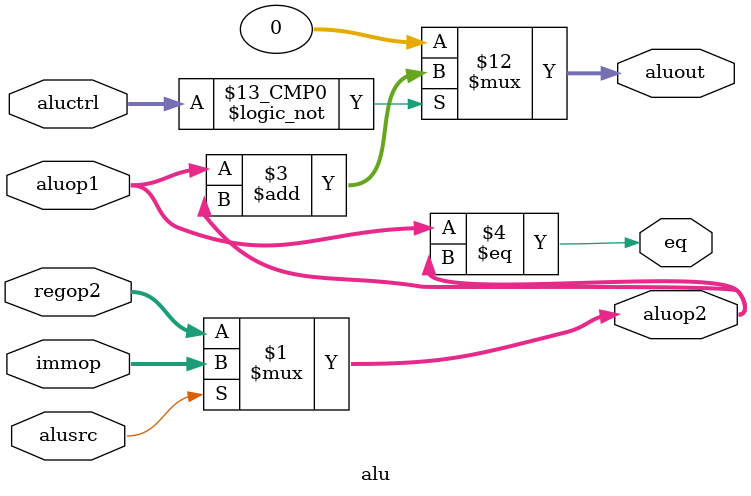
<source format=sv>
module alu #(
    parameter D_WIDTH = 32
)(
    input logic alusrc,
    input logic [2:0] aluctrl,
    input logic [D_WIDTH-1:0] aluop1,
    input logic [D_WIDTH-1:0] immop,
    input logic [D_WIDTH-1:0] regop2,
    output logic [D_WIDTH-1:0] aluout,
    output logic eq,
    output logic [D_WIDTH-1:0] aluop2
);

    assign aluop2 = alusrc ? immop : regop2;

    always_comb begin
        case (aluctrl)
            3'b000: aluout = aluop1 + aluop2;
            3'b001: aluout = 32'b0;
            3'b010: aluout = 32'b0;
            3'b011: aluout = 32'b0;
            3'b100: aluout = 32'b0;
            3'b101: aluout = 32'b0;
            3'b110: aluout = 32'b0;
            default: aluout = 0;
        endcase
    end


    assign eq = (aluop1 == aluop2);

    
endmodule



</source>
